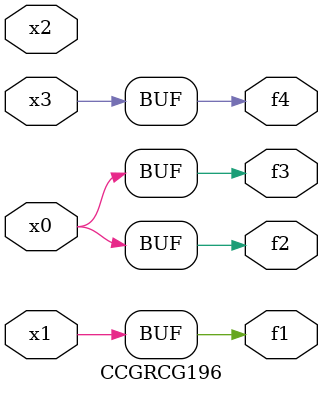
<source format=v>
module CCGRCG196(
	input x0, x1, x2, x3,
	output f1, f2, f3, f4
);
	assign f1 = x1;
	assign f2 = x0;
	assign f3 = x0;
	assign f4 = x3;
endmodule

</source>
